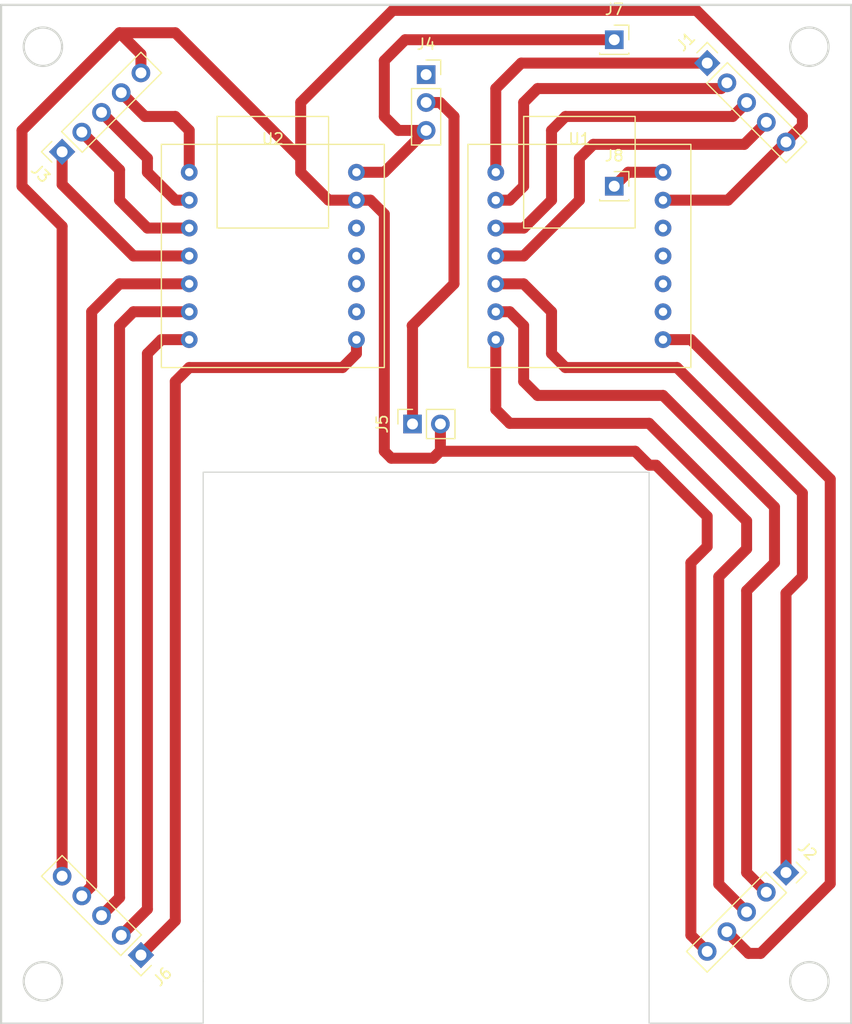
<source format=kicad_pcb>
(kicad_pcb (version 20211014) (generator pcbnew)
  (layers (0 "F.Cu" signal) (31 "B.Cu" signal) (34 "B.Paste" user) (35 "F.Paste" user) (36 "B.SilkS" user "B.Silkscreen") (37 "F.SilkS" user "F.Silkscreen") (38 "B.Mask" user) (39 "F.Mask" user) (44 "Edge.Cuts" user))
  (net 0 "")
  (net 1 "D0_LED1")
  (net 2 "D1_LED1")
  (net 3 "D2_LED1")
  (net 4 "D3_LED1")
  (net 5 "GND")
  (net 6 "D4_LED1")
  (net 7 "D5_LED1")
  (net 8 "D6_LED1")
  (net 9 "D7_LED1")
  (net 10 "D0_LED2")
  (net 11 "D1_LED2")
  (net 12 "D2_LED2")
  (net 13 "D3_LED2")
  (net 15 "Net-(J4-Pad2)")
  (net 16 "+5V")
  (net 17 "D4_LED2")
  (net 18 "D5_LED2")
  (net 19 "D6_LED2")
  (net 20 "D7_LED2")
  (net 29 "Net-(U1-Pad1)")
  (footprint "Connector_PinSocket_2.54mm:PinSocket_1x02_P2.54mm_Vertical" (layer "F.Cu") (at -1.24 38.16 90)
    (fp_text reference "J5" (at 0 -2.77 90) (layer "F.SilkS"))
    (fp_text value "VIN")
    (fp_line (start 1.33 -1.33) (end 1.33 0) (layer "F.SilkS") (width 0.12))
    (fp_line (start -1.33 1.27) (end -1.33 3.87) (layer "F.SilkS") (width 0.12))
    (fp_line (start -1.33 3.87) (end 1.33 3.87) (layer "F.SilkS") (width 0.12))
    (fp_line (start 1.33 1.27) (end 1.33 3.87) (layer "F.SilkS") (width 0.12))
    (fp_line (start -1.33 1.27) (end 1.33 1.27) (layer "F.SilkS") (width 0.12))
    (fp_line (start 0 -1.33) (end 1.33 -1.33) (layer "F.SilkS") (width 0.12))
    (pad "1" thru_hole rect (at 0 0 90) (size 1.7 1.7) (drill 1) (layers *.Cu *.Mask) (net 15 "Net-(J4-Pad2)"))
    (pad "2" thru_hole oval (at 0 2.54 90) (size 1.7 1.7) (drill 1) (layers *.Cu *.Mask) (net 5 "GND"))
  )
  (footprint "seeeduino_xiao:seeeduino_xiao" (layer "F.Cu") (at 13.97 12.7)
    (fp_text reference "U1" (at 0 -0.5 unlocked) (layer "F.SilkS"))
    (fp_text value "seeeduino_xion")
    (fp_rect (start -10.16 0) (end 10.16 20.32) (layer "F.SilkS") (width 0.12) (fill none))
    (fp_rect (start -5.08 -2.54) (end 5.08 7.62) (layer "F.SilkS") (width 0.12) (fill none))
    (pad "1" thru_hole circle (at 7.62 2.54) (size 1.524 1.524) (drill 0.762) (layers *.Cu *.Mask) (net 29 "Net-(U1-Pad1)"))
    (pad "2" thru_hole circle (at 7.62 5.08) (size 1.524 1.524) (drill 0.762) (layers *.Cu *.Mask) (net 5 "GND"))
    (pad "3" thru_hole circle (at 7.62 7.62) (size 1.524 1.524) (drill 0.762) (layers *.Cu *.Mask))
    (pad "4" thru_hole circle (at 7.62 10.16) (size 1.524 1.524) (drill 0.762) (layers *.Cu *.Mask))
    (pad "5" thru_hole circle (at 7.62 12.7) (size 1.524 1.524) (drill 0.762) (layers *.Cu *.Mask))
    (pad "6" thru_hole circle (at 7.62 15.24) (size 1.524 1.524) (drill 0.762) (layers *.Cu *.Mask))
    (pad "7" thru_hole circle (at 7.62 17.78) (size 1.524 1.524) (drill 0.762) (layers *.Cu *.Mask) (net 9 "D7_LED1"))
    (pad "8" thru_hole circle (at -7.62 2.54) (size 1.524 1.524) (drill 0.762) (layers *.Cu *.Mask) (net 1 "D0_LED1"))
    (pad "9" thru_hole circle (at -7.62 5.08) (size 1.524 1.524) (drill 0.762) (layers *.Cu *.Mask) (net 2 "D1_LED1"))
    (pad "10" thru_hole circle (at -7.62 7.62) (size 1.524 1.524) (drill 0.762) (layers *.Cu *.Mask) (net 3 "D2_LED1"))
    (pad "11" thru_hole circle (at -7.62 10.16) (size 1.524 1.524) (drill 0.762) (layers *.Cu *.Mask) (net 4 "D3_LED1"))
    (pad "12" thru_hole circle (at -7.62 12.7) (size 1.524 1.524) (drill 0.762) (layers *.Cu *.Mask) (net 6 "D4_LED1"))
    (pad "13" thru_hole circle (at -7.62 15.24) (size 1.524 1.524) (drill 0.762) (layers *.Cu *.Mask) (net 7 "D5_LED1"))
    (pad "14" thru_hole circle (at -7.62 17.78) (size 1.524 1.524) (drill 0.762) (layers *.Cu *.Mask) (net 8 "D6_LED1"))
  )
  (footprint "Connector_PinSocket_2.54mm:PinSocket_1x05_P2.54mm_Vertical" (layer "F.Cu") (at 32.798567 78.996788 -45)
    (fp_text reference "J2" (at 0 -2.77 135) (layer "F.SilkS"))
    (fp_text value "LED2")
    (fp_line (start 1.33 1.27) (end 1.33 11.49) (layer "F.SilkS") (width 0.12))
    (fp_line (start 1.33 -1.33) (end 1.33 0) (layer "F.SilkS") (width 0.12))
    (fp_line (start -1.33 11.49) (end 1.33 11.49) (layer "F.SilkS") (width 0.12))
    (fp_line (start -1.33 1.27) (end -1.33 11.49) (layer "F.SilkS") (width 0.12))
    (fp_line (start -1.33 1.27) (end 1.33 1.27) (layer "F.SilkS") (width 0.12))
    (fp_line (start 0 -1.33) (end 1.33 -1.33) (layer "F.SilkS") (width 0.12))
    (pad "1" thru_hole rect (at 0 0 315) (size 1.7 1.7) (drill 1) (layers *.Cu *.Mask) (net 6 "D4_LED1"))
    (pad "2" thru_hole oval (at 0 2.54 315) (size 1.7 1.7) (drill 1) (layers *.Cu *.Mask) (net 7 "D5_LED1"))
    (pad "3" thru_hole oval (at 0 5.08 315) (size 1.7 1.7) (drill 1) (layers *.Cu *.Mask) (net 8 "D6_LED1"))
    (pad "4" thru_hole oval (at 0 7.62 315) (size 1.7 1.7) (drill 1) (layers *.Cu *.Mask) (net 9 "D7_LED1"))
    (pad "5" thru_hole oval (at 0 10.16 315) (size 1.7 1.7) (drill 1) (layers *.Cu *.Mask) (net 5 "GND"))
  )
  (footprint "Connector_PinSocket_2.54mm:PinSocket_1x05_P2.54mm_Vertical" (layer "F.Cu") (at -33.174076 13.380127 135)
    (fp_text reference "J3" (at 0 -2.77 135) (layer "F.SilkS"))
    (fp_text value "LED3")
    (fp_line (start -1.33 1.27) (end 1.33 1.27) (layer "F.SilkS") (width 0.12))
    (fp_line (start -1.33 1.27) (end -1.33 11.49) (layer "F.SilkS") (width 0.12))
    (fp_line (start 1.33 1.27) (end 1.33 11.49) (layer "F.SilkS") (width 0.12))
    (fp_line (start 0 -1.33) (end 1.33 -1.33) (layer "F.SilkS") (width 0.12))
    (fp_line (start -1.33 11.49) (end 1.33 11.49) (layer "F.SilkS") (width 0.12))
    (fp_line (start 1.33 -1.33) (end 1.33 0) (layer "F.SilkS") (width 0.12))
    (pad "1" thru_hole rect (at 0 0 135) (size 1.7 1.7) (drill 1) (layers *.Cu *.Mask) (net 13 "D3_LED2"))
    (pad "2" thru_hole oval (at 0 2.54 135) (size 1.7 1.7) (drill 1) (layers *.Cu *.Mask) (net 12 "D2_LED2"))
    (pad "3" thru_hole oval (at 0 5.08 135) (size 1.7 1.7) (drill 1) (layers *.Cu *.Mask) (net 11 "D1_LED2"))
    (pad "4" thru_hole oval (at 0 7.62 135) (size 1.7 1.7) (drill 1) (layers *.Cu *.Mask) (net 10 "D0_LED2"))
    (pad "5" thru_hole oval (at 0 10.16 135) (size 1.7 1.7) (drill 1) (layers *.Cu *.Mask) (net 5 "GND"))
  )
  (footprint "Connector_PinSocket_2.54mm:PinSocket_1x01_P2.54mm_Vertical" (layer "F.Cu") (at 17.145 3.175)
    (fp_text reference "J7" (at 0 -2.77) (layer "F.SilkS"))
    (fp_text value "a")
    (fp_line (start 1.33 -1.33) (end 1.33 0) (layer "F.SilkS") (width 0.12))
    (fp_line (start -1.33 1.33) (end 1.33 1.33) (layer "F.SilkS") (width 0.12))
    (fp_line (start 0 -1.33) (end 1.33 -1.33) (layer "F.SilkS") (width 0.12))
    (fp_line (start -1.33 1.21) (end -1.33 1.33) (layer "F.SilkS") (width 0.12))
    (fp_line (start 1.33 1.21) (end 1.33 1.33) (layer "F.SilkS") (width 0.12))
    (pad "1" thru_hole rect (at 0 0) (size 1.7 1.7) (drill 1) (layers *.Cu *.Mask) (net 16 "+5V"))
  )
  (footprint "Connector_PinSocket_2.54mm:PinSocket_1x03_P2.54mm_Vertical" (layer "F.Cu") (at 0 6.35)
    (fp_text reference "J4" (at 0 -2.77) (layer "F.SilkS"))
    (fp_text value "Toggle")
    (fp_line (start 0 -1.33) (end 1.33 -1.33) (layer "F.SilkS") (width 0.12))
    (fp_line (start -1.33 1.27) (end -1.33 6.41) (layer "F.SilkS") (width 0.12))
    (fp_line (start -1.33 6.41) (end 1.33 6.41) (layer "F.SilkS") (width 0.12))
    (fp_line (start -1.33 1.27) (end 1.33 1.27) (layer "F.SilkS") (width 0.12))
    (fp_line (start 1.33 1.27) (end 1.33 6.41) (layer "F.SilkS") (width 0.12))
    (fp_line (start 1.33 -1.33) (end 1.33 0) (layer "F.SilkS") (width 0.12))
    (pad "1" thru_hole rect (at 0 0) (size 1.7 1.7) (drill 1) (layers *.Cu *.Mask))
    (pad "2" thru_hole oval (at 0 2.54) (size 1.7 1.7) (drill 1) (layers *.Cu *.Mask) (net 15 "Net-(J4-Pad2)"))
    (pad "3" thru_hole oval (at 0 5.08) (size 1.7 1.7) (drill 1) (layers *.Cu *.Mask) (net 16 "+5V"))
  )
  (footprint "seeeduino_xiao:seeeduino_xiao" (layer "F.Cu") (at -13.97 12.7)
    (fp_text reference "U2" (at 0 -0.5 unlocked) (layer "F.SilkS"))
    (fp_text value "seeeduino_xion")
    (fp_rect (start -10.16 0) (end 10.16 20.32) (layer "F.SilkS") (width 0.12) (fill none))
    (fp_rect (start -5.08 -2.54) (end 5.08 7.62) (layer "F.SilkS") (width 0.12) (fill none))
    (pad "1" thru_hole circle (at 7.62 2.54) (size 1.524 1.524) (drill 0.762) (layers *.Cu *.Mask) (net 16 "+5V"))
    (pad "2" thru_hole circle (at 7.62 5.08) (size 1.524 1.524) (drill 0.762) (layers *.Cu *.Mask) (net 5 "GND"))
    (pad "3" thru_hole circle (at 7.62 7.62) (size 1.524 1.524) (drill 0.762) (layers *.Cu *.Mask))
    (pad "4" thru_hole circle (at 7.62 10.16) (size 1.524 1.524) (drill 0.762) (layers *.Cu *.Mask))
    (pad "5" thru_hole circle (at 7.62 12.7) (size 1.524 1.524) (drill 0.762) (layers *.Cu *.Mask))
    (pad "6" thru_hole circle (at 7.62 15.24) (size 1.524 1.524) (drill 0.762) (layers *.Cu *.Mask))
    (pad "7" thru_hole circle (at 7.62 17.78) (size 1.524 1.524) (drill 0.762) (layers *.Cu *.Mask) (net 20 "D7_LED2"))
    (pad "8" thru_hole circle (at -7.62 2.54) (size 1.524 1.524) (drill 0.762) (layers *.Cu *.Mask) (net 10 "D0_LED2"))
    (pad "9" thru_hole circle (at -7.62 5.08) (size 1.524 1.524) (drill 0.762) (layers *.Cu *.Mask) (net 11 "D1_LED2"))
    (pad "10" thru_hole circle (at -7.62 7.62) (size 1.524 1.524) (drill 0.762) (layers *.Cu *.Mask) (net 12 "D2_LED2"))
    (pad "11" thru_hole circle (at -7.62 10.16) (size 1.524 1.524) (drill 0.762) (layers *.Cu *.Mask) (net 13 "D3_LED2"))
    (pad "12" thru_hole circle (at -7.62 12.7) (size 1.524 1.524) (drill 0.762) (layers *.Cu *.Mask) (net 17 "D4_LED2"))
    (pad "13" thru_hole circle (at -7.62 15.24) (size 1.524 1.524) (drill 0.762) (layers *.Cu *.Mask) (net 18 "D5_LED2"))
    (pad "14" thru_hole circle (at -7.62 17.78) (size 1.524 1.524) (drill 0.762) (layers *.Cu *.Mask) (net 19 "D6_LED2"))
  )
  (footprint "Connector_PinSocket_2.54mm:PinSocket_1x05_P2.54mm_Vertical" (layer "F.Cu") (at 25.617898 5.301433 45)
    (fp_text reference "J1" (at 0 -2.77 45) (layer "F.SilkS"))
    (fp_text value "LED1")
    (fp_line (start -1.33 11.49) (end 1.33 11.49) (layer "F.SilkS") (width 0.12))
    (fp_line (start -1.33 1.27) (end 1.33 1.27) (layer "F.SilkS") (width 0.12))
    (fp_line (start 1.33 -1.33) (end 1.33 0) (layer "F.SilkS") (width 0.12))
    (fp_line (start 0 -1.33) (end 1.33 -1.33) (layer "F.SilkS") (width 0.12))
    (fp_line (start 1.33 1.27) (end 1.33 11.49) (layer "F.SilkS") (width 0.12))
    (fp_line (start -1.33 1.27) (end -1.33 11.49) (layer "F.SilkS") (width 0.12))
    (pad "1" thru_hole rect (at 0 0 45) (size 1.7 1.7) (drill 1) (layers *.Cu *.Mask) (net 1 "D0_LED1"))
    (pad "2" thru_hole oval (at 0 2.54 45) (size 1.7 1.7) (drill 1) (layers *.Cu *.Mask) (net 2 "D1_LED1"))
    (pad "3" thru_hole oval (at 0 5.08 45) (size 1.7 1.7) (drill 1) (layers *.Cu *.Mask) (net 3 "D2_LED1"))
    (pad "4" thru_hole oval (at 0 7.62 45) (size 1.7 1.7) (drill 1) (layers *.Cu *.Mask) (net 4 "D3_LED1"))
    (pad "5" thru_hole oval (at 0 10.16 45) (size 1.7 1.7) (drill 1) (layers *.Cu *.Mask) (net 5 "GND"))
  )
  (footprint "Connector_PinSocket_2.54mm:PinSocket_1x01_P2.54mm_Vertical" (layer "F.Cu") (at 17.145 16.51)
    (fp_text reference "J8" (at 0 -2.77) (layer "F.SilkS"))
    (fp_text value "a")
    (fp_line (start 1.33 1.21) (end 1.33 1.33) (layer "F.SilkS") (width 0.12))
    (fp_line (start 0 -1.33) (end 1.33 -1.33) (layer "F.SilkS") (width 0.12))
    (fp_line (start -1.33 1.21) (end -1.33 1.33) (layer "F.SilkS") (width 0.12))
    (fp_line (start -1.33 1.33) (end 1.33 1.33) (layer "F.SilkS") (width 0.12))
    (fp_line (start 1.33 -1.33) (end 1.33 0) (layer "F.SilkS") (width 0.12))
    (pad "1" thru_hole rect (at 0 0) (size 1.7 1.7) (drill 1) (layers *.Cu *.Mask) (net 29 "Net-(U1-Pad1)"))
  )
  (footprint "Connector_PinSocket_2.54mm:PinSocket_1x05_P2.54mm_Vertical" (layer "F.Cu") (at -25.989873 86.514076 -135)
    (fp_text reference "J6" (at 0 -2.77 45) (layer "F.SilkS"))
    (fp_text value "LED4")
    (fp_line (start 0 -1.33) (end 1.33 -1.33) (layer "F.SilkS") (width 0.12))
    (fp_line (start -1.33 1.27) (end 1.33 1.27) (layer "F.SilkS") (width 0.12))
    (fp_line (start 1.33 -1.33) (end 1.33 0) (layer "F.SilkS") (width 0.12))
    (fp_line (start -1.33 11.49) (end 1.33 11.49) (layer "F.SilkS") (width 0.12))
    (fp_line (start -1.33 1.27) (end -1.33 11.49) (layer "F.SilkS") (width 0.12))
    (fp_line (start 1.33 1.27) (end 1.33 11.49) (layer "F.SilkS") (width 0.12))
    (pad "1" thru_hole rect (at 0 0 225) (size 1.7 1.7) (drill 1) (layers *.Cu *.Mask) (net 20 "D7_LED2"))
    (pad "2" thru_hole oval (at 0 2.54 225) (size 1.7 1.7) (drill 1) (layers *.Cu *.Mask) (net 19 "D6_LED2"))
    (pad "3" thru_hole oval (at 0 5.08 225) (size 1.7 1.7) (drill 1) (layers *.Cu *.Mask) (net 18 "D5_LED2"))
    (pad "4" thru_hole oval (at 0 7.62 225) (size 1.7 1.7) (drill 1) (layers *.Cu *.Mask) (net 17 "D4_LED2"))
    (pad "5" thru_hole oval (at 0 10.16 225) (size 1.7 1.7) (drill 1) (layers *.Cu *.Mask) (net 5 "GND"))
  )
  (gr_line (start -38.735 0) (end 38.735 0) (layer "Edge.Cuts") (width 0.2))
  (gr_line (start -20.32 92.71) (end -20.32 88.9) (layer "Edge.Cuts") (width 0.1))
  (gr_line (start -20.32 88.9) (end -20.32 42.545) (layer "Edge.Cuts") (width 0.1))
  (gr_line (start 20.32 88.9) (end 20.32 42.545) (layer "Edge.Cuts") (width 0.1))
  (gr_line (start -20.32 42.545) (end 20.32 42.545) (layer "Edge.Cuts") (width 0.1))
  (gr_circle (center 34.925 3.81) (end 36.675257 3.81) (layer "Edge.Cuts") (width 0.2) (fill none))
  (gr_line (start 20.32 92.71) (end 38.735 92.71) (layer "Edge.Cuts") (width 0.1))
  (gr_line (start -38.735 92.71) (end -20.32 92.71) (layer "Edge.Cuts") (width 0.1))
  (gr_line (start 38.735 0) (end 38.735 92.71) (layer "Edge.Cuts") (width 0.2))
  (gr_circle (center 34.925 88.9) (end 36.675257 88.9) (layer "Edge.Cuts") (width 0.2) (fill none))
  (gr_line (start -38.735 92.71) (end -38.735 0) (layer "Edge.Cuts") (width 0.2))
  (gr_circle (center -34.925 88.9) (end -33.174743 88.9) (layer "Edge.Cuts") (width 0.2) (fill none))
  (gr_circle (center -34.925 3.81) (end -33.174743 3.81) (layer "Edge.Cuts") (width 0.2) (fill none))
  (gr_line (start 20.32 88.9) (end 20.32 92.71) (layer "Edge.Cuts") (width 0.1))
  (segment (start 8.668567 5.301433) (end 6.35 7.62) (width 1) (layer "F.Cu") (net 1))
  (segment (start 25.617898 5.301433) (end 8.668567 5.301433) (width 1) (layer "F.Cu") (net 1))
  (segment (start 6.35 7.62) (end 6.35 15.24) (width 1) (layer "F.Cu") (net 1))
  (segment (start 8.89 16.51) (end 8.89 8.89) (width 1) (layer "F.Cu") (net 2))
  (segment (start 26.891433 7.62) (end 27.413949 7.097484) (width 1) (layer "F.Cu") (net 2))
  (segment (start 6.35 17.78) (end 7.62 17.78) (width 1) (layer "F.Cu") (net 2))
  (segment (start 10.16 7.62) (end 26.891433 7.62) (width 1) (layer "F.Cu") (net 2))
  (segment (start 7.62 17.78) (end 8.89 16.51) (width 1) (layer "F.Cu") (net 2))
  (segment (start 8.89 8.89) (end 10.16 7.62) (width 1) (layer "F.Cu") (net 2))
  (segment (start 27.943535 10.16) (end 12.7 10.16) (width 1) (layer "F.Cu") (net 3))
  (segment (start 12.7 10.16) (end 11.43 11.43) (width 1) (layer "F.Cu") (net 3))
  (segment (start 11.43 11.43) (end 11.43 17.78) (width 1) (layer "F.Cu") (net 3))
  (segment (start 8.89 20.32) (end 6.35 20.32) (width 1) (layer "F.Cu") (net 3))
  (segment (start 11.43 17.78) (end 8.89 20.32) (width 1) (layer "F.Cu") (net 3))
  (segment (start 29.21 8.893535) (end 27.943535 10.16) (width 1) (layer "F.Cu") (net 3))
  (segment (start 8.89 22.86) (end 13.97 17.78) (width 1) (layer "F.Cu") (net 4))
  (segment (start 13.97 13.97) (end 15.24 12.7) (width 1) (layer "F.Cu") (net 4))
  (segment (start 28.995639 12.7) (end 31.006052 10.689587) (width 1) (layer "F.Cu") (net 4))
  (segment (start 15.24 12.7) (end 28.995639 12.7) (width 1) (layer "F.Cu") (net 4))
  (segment (start 13.97 17.78) (end 13.97 13.97) (width 1) (layer "F.Cu") (net 4))
  (segment (start 6.35 22.86) (end 8.89 22.86) (width 1) (layer "F.Cu") (net 4))
  (segment (start -36.83 16.51) (end -36.83 11.43) (width 1) (layer "F.Cu") (net 5))
  (segment (start 34.29 10.997741) (end 32.802103 12.485638) (width 1) (layer "F.Cu") (net 5))
  (segment (start 34.29 10.16) (end 34.29 10.997741) (width 1) (layer "F.Cu") (net 5))
  (segment (start -3.81 19.05) (end -3.81 40.64) (width 1) (layer "F.Cu") (net 5))
  (segment (start 27.507741 17.78) (end 32.802103 12.485638) (width 1) (layer "F.Cu") (net 5))
  (segment (start -22.86 2.54) (end -11.43 13.97) (width 1) (layer "F.Cu") (net 5))
  (segment (start -3.175 41.275) (end 0.635 41.275) (width 1) (layer "F.Cu") (net 5))
  (segment (start -33.174078 20.165922) (end -36.83 16.51) (width 1) (layer "F.Cu") (net 5))
  (segment (start -6.35 17.78) (end -5.08 17.78) (width 1) (layer "F.Cu") (net 5))
  (segment (start 19.05 40.64) (end 20.32 41.91) (width 1) (layer "F.Cu") (net 5))
  (segment (start 0.635 41.275) (end 1.27 40.64) (width 1) (layer "F.Cu") (net 5))
  (segment (start -11.43 8.89) (end -3.04 0.5) (width 1) (layer "F.Cu") (net 5))
  (segment (start 1.3 40.61) (end 1.3 38.16) (width 1) (layer "F.Cu") (net 5))
  (segment (start 21.59 17.78) (end 27.507741 17.78) (width 1) (layer "F.Cu") (net 5))
  (segment (start 24.63 0.5) (end 34.29 10.16) (width 1) (layer "F.Cu") (net 5))
  (segment (start 25.614362 46.569362) (end 25.614362 49.315638) (width 1) (layer "F.Cu") (net 5))
  (segment (start -8.89 17.78) (end -6.35 17.78) (width 1) (layer "F.Cu") (net 5))
  (segment (start -11.43 15.24) (end -8.89 17.78) (width 1) (layer "F.Cu") (net 5))
  (segment (start 20.32 41.91) (end 20.955 41.91) (width 1) (layer "F.Cu") (net 5))
  (segment (start 0.635 41.275) (end 1.3 40.61) (width 1) (layer "F.Cu") (net 5))
  (segment (start -36.83 11.43) (end -27.94 2.54) (width 1) (layer "F.Cu") (net 5))
  (segment (start -11.43 13.97) (end -11.43 15.24) (width 1) (layer "F.Cu") (net 5))
  (segment (start 24.13 84.696631) (end 25.614362 86.180993) (width 1) (layer "F.Cu") (net 5))
  (segment (start -5.08 17.78) (end -3.81 19.05) (width 1) (layer "F.Cu") (net 5))
  (segment (start -27.94 2.54) (end -22.86 2.54) (width 1) (layer "F.Cu") (net 5))
  (segment (start 25.614362 49.315638) (end 24.13 50.8) (width 1) (layer "F.Cu") (net 5))
  (segment (start 20.955 41.91) (end 25.614362 46.569362) (width 1) (layer "F.Cu") (net 5))
  (segment (start -33.174078 79.329871) (end -33.174078 20.165922) (width 1) (layer "F.Cu") (net 5))
  (segment (start 1.27 40.64) (end 19.05 40.64) (width 1) (layer "F.Cu") (net 5))
  (segment (start -3.81 40.64) (end -3.175 41.275) (width 1) (layer "F.Cu") (net 5))
  (segment (start -25.989871 6.195922) (end -25.989871 4.490129) (width 1) (layer "F.Cu") (net 5))
  (segment (start -25.989871 4.490129) (end -27.94 2.54) (width 1) (layer "F.Cu") (net 5))
  (segment (start 24.13 50.8) (end 24.13 84.696631) (width 1) (layer "F.Cu") (net 5))
  (segment (start -11.43 13.97) (end -11.43 8.89) (width 1) (layer "F.Cu") (net 5))
  (segment (start -3.04 0.5) (end 24.63 0.5) (width 1) (layer "F.Cu") (net 5))
  (segment (start 34.29 52.07) (end 32.798567 53.561433) (width 1) (layer "F.Cu") (net 6))
  (segment (start 22.86 33.02) (end 34.29 44.45) (width 1) (layer "F.Cu") (net 6))
  (segment (start 11.43 31.75) (end 12.7 33.02) (width 1) (layer "F.Cu") (net 6))
  (segment (start 12.7 33.02) (end 22.86 33.02) (width 1) (layer "F.Cu") (net 6))
  (segment (start 11.43 27.94) (end 11.43 31.75) (width 1) (layer "F.Cu") (net 6))
  (segment (start 34.29 44.45) (end 34.29 52.07) (width 1) (layer "F.Cu") (net 6))
  (segment (start 6.35 25.4) (end 8.89 25.4) (width 1) (layer "F.Cu") (net 6))
  (segment (start 8.89 25.4) (end 11.43 27.94) (width 1) (layer "F.Cu") (net 6))
  (segment (start 32.798567 53.561433) (end 32.798567 78.996788) (width 1) (layer "F.Cu") (net 6))
  (segment (start 29.21 79.000323) (end 29.21 53.34) (width 1) (layer "F.Cu") (net 7))
  (segment (start 8.89 34.29) (end 10.16 35.56) (width 1) (layer "F.Cu") (net 7))
  (segment (start 31.75 45.72) (end 21.59 35.56) (width 1) (layer "F.Cu") (net 7))
  (segment (start 8.89 29.21) (end 8.89 34.29) (width 1) (layer "F.Cu") (net 7))
  (segment (start 31.002516 80.792839) (end 29.21 79.000323) (width 1) (layer "F.Cu") (net 7))
  (segment (start 31.75 50.8) (end 31.75 45.72) (width 1) (layer "F.Cu") (net 7))
  (segment (start 6.35 27.94) (end 7.62 27.94) (width 1) (layer "F.Cu") (net 7))
  (segment (start 29.21 53.34) (end 31.75 50.8) (width 1) (layer "F.Cu") (net 7))
  (segment (start 10.16 35.56) (end 21.59 35.56) (width 1) (layer "F.Cu") (net 7))
  (segment (start 7.62 27.94) (end 8.89 29.21) (width 1) (layer "F.Cu") (net 7))
  (segment (start 20.32 38.1) (end 29.21 46.99) (width 1) (layer "F.Cu") (net 8))
  (segment (start 29.21 49.53) (end 26.67 52.07) (width 1) (layer "F.Cu") (net 8))
  (segment (start 26.67 52.07) (end 26.67 80.052425) (width 1) (layer "F.Cu") (net 8))
  (segment (start 6.35 36.83) (end 7.62 38.1) (width 1) (layer "F.Cu") (net 8))
  (segment (start 29.21 46.99) (end 29.21 49.53) (width 1) (layer "F.Cu") (net 8))
  (segment (start 6.35 30.48) (end 6.35 36.83) (width 1) (layer "F.Cu") (net 8))
  (segment (start 26.67 80.052425) (end 29.206465 82.58889) (width 1) (layer "F.Cu") (net 8))
  (segment (start 7.62 38.1) (end 20.32 38.1) (width 1) (layer "F.Cu") (net 8))
  (segment (start 24.13 30.48) (end 36.83 43.18) (width 1) (layer "F.Cu") (net 9))
  (segment (start 21.59 30.48) (end 24.13 30.48) (width 1) (layer "F.Cu") (net 9))
  (segment (start 30.48 86.36) (end 29.385471 86.36) (width 1) (layer "F.Cu") (net 9))
  (segment (start 36.83 80.01) (end 30.48 86.36) (width 1) (layer "F.Cu") (net 9))
  (segment (start 36.83 43.18) (end 36.83 80.01) (width 1) (layer "F.Cu") (net 9))
  (segment (start 29.385471 86.36) (end 27.410413 84.384942) (width 1) (layer "F.Cu") (net 9))
  (segment (start -27.785922 7.991973) (end -25.617895 10.16) (width 1) (layer "F.Cu") (net 10))
  (segment (start -21.59 11.43) (end -21.59 15.24) (width 1) (layer "F.Cu") (net 10))
  (segment (start -22.86 10.16) (end -21.59 11.43) (width 1) (layer "F.Cu") (net 10))
  (segment (start -25.617895 10.16) (end -22.86 10.16) (width 1) (layer "F.Cu") (net 10))
  (segment (start -22.86 17.78) (end -21.59 17.78) (width 1) (layer "F.Cu") (net 11))
  (segment (start -25.4 15.24) (end -22.86 17.78) (width 1) (layer "F.Cu") (net 11))
  (segment (start -25.4 13.97) (end -25.4 15.24) (width 1) (layer "F.Cu") (net 11))
  (segment (start -29.581974 9.788025) (end -25.4 13.97) (width 1) (layer "F.Cu") (net 11))
  (segment (start -27.94 15.022101) (end -27.94 17.78) (width 1) (layer "F.Cu") (net 12))
  (segment (start -27.94 17.78) (end -25.4 20.32) (width 1) (layer "F.Cu") (net 12))
  (segment (start -25.4 20.32) (end -21.59 20.32) (width 1) (layer "F.Cu") (net 12))
  (segment (start -31.378025 11.584076) (end -27.94 15.022101) (width 1) (layer "F.Cu") (net 12))
  (segment (start -26.67 22.86) (end -21.59 22.86) (width 1) (layer "F.Cu") (net 13))
  (segment (start -33.174076 13.380127) (end -33.174076 16.355924) (width 1) (layer "F.Cu") (net 13))
  (segment (start -33.174076 16.355924) (end -26.67 22.86) (width 1) (layer "F.Cu") (net 13))
  (segment (start -1.24 29.24) (end -1.24 38.16) (width 1) (layer "F.Cu") (net 15))
  (segment (start 1.27 8.89) (end 2.54 10.16) (width 1) (layer "F.Cu") (net 15))
  (segment (start 2.54 10.16) (end 2.54 25.4) (width 1) (layer "F.Cu") (net 15))
  (segment (start -1.27 29.21) (end -1.24 29.24) (width 1) (layer "F.Cu") (net 15))
  (segment (start 2.54 25.4) (end -1.27 29.21) (width 1) (layer "F.Cu") (net 15))
  (segment (start 0 8.89) (end 1.27 8.89) (width 1) (layer "F.Cu") (net 15))
  (segment (start 17.145 3.175) (end -1.905 3.175) (width 1) (layer "F.Cu") (net 16))
  (segment (start -3.81 15.24) (end 0 11.43) (width 1) (layer "F.Cu") (net 16))
  (segment (start -6.35 15.24) (end -3.81 15.24) (width 1) (layer "F.Cu") (net 16))
  (segment (start -2.54 11.43) (end -3.81 10.16) (width 1) (layer "F.Cu") (net 16))
  (segment (start -1.905 3.175) (end -3.81 5.08) (width 1) (layer "F.Cu") (net 16))
  (segment (start 0 11.43) (end -2.54 11.43) (width 1) (layer "F.Cu") (net 16))
  (segment (start -3.81 10.16) (end -3.81 5.08) (width 1) (layer "F.Cu") (net 16))
  (segment (start -30.48 27.94) (end -30.48 80.227895) (width 1) (layer "F.Cu") (net 17))
  (segment (start -21.59 25.4) (end -27.94 25.4) (width 1) (layer "F.Cu") (net 17))
  (segment (start -30.48 80.227895) (end -31.378027 81.125922) (width 1) (layer "F.Cu") (net 17))
  (segment (start -27.94 25.4) (end -30.48 27.94) (width 1) (layer "F.Cu") (net 17))
  (segment (start -27.94 81.279999) (end -27.94 29.21) (width 1) (layer "F.Cu") (net 18))
  (segment (start -27.94 29.21) (end -26.67 27.94) (width 1) (layer "F.Cu") (net 18))
  (segment (start -29.581975 82.921974) (end -27.94 81.279999) (width 1) (layer "F.Cu") (net 18))
  (segment (start -26.67 27.94) (end -21.59 27.94) (width 1) (layer "F.Cu") (net 18))
  (segment (start -25.4 31.75) (end -25.4 82.332101) (width 1) (layer "F.Cu") (net 19))
  (segment (start -21.59 30.48) (end -24.13 30.48) (width 1) (layer "F.Cu") (net 19))
  (segment (start -24.13 30.48) (end -25.4 31.75) (width 1) (layer "F.Cu") (net 19))
  (segment (start -25.4 82.332101) (end -27.785924 84.718025) (width 1) (layer "F.Cu") (net 19))
  (segment (start -7.62 33.02) (end -6.35 31.75) (width 1) (layer "F.Cu") (net 20))
  (segment (start -22.86 34.29) (end -21.59 33.02) (width 1) (layer "F.Cu") (net 20))
  (segment (start -25.989873 86.514076) (end -22.86 83.384203) (width 1) (layer "F.Cu") (net 20))
  (segment (start -6.35 31.75) (end -6.35 30.48) (width 1) (layer "F.Cu") (net 20))
  (segment (start -22.86 83.384203) (end -22.86 34.29) (width 1) (layer "F.Cu") (net 20))
  (segment (start -21.59 33.02) (end -7.62 33.02) (width 1) (layer "F.Cu") (net 20))
  (segment (start 17.145 16.51) (end 18.415 15.24) (width 1) (layer "F.Cu") (net 29))
  (segment (start 18.415 15.24) (end 21.59 15.24) (width 1) (layer "F.Cu") (net 29))
)
</source>
